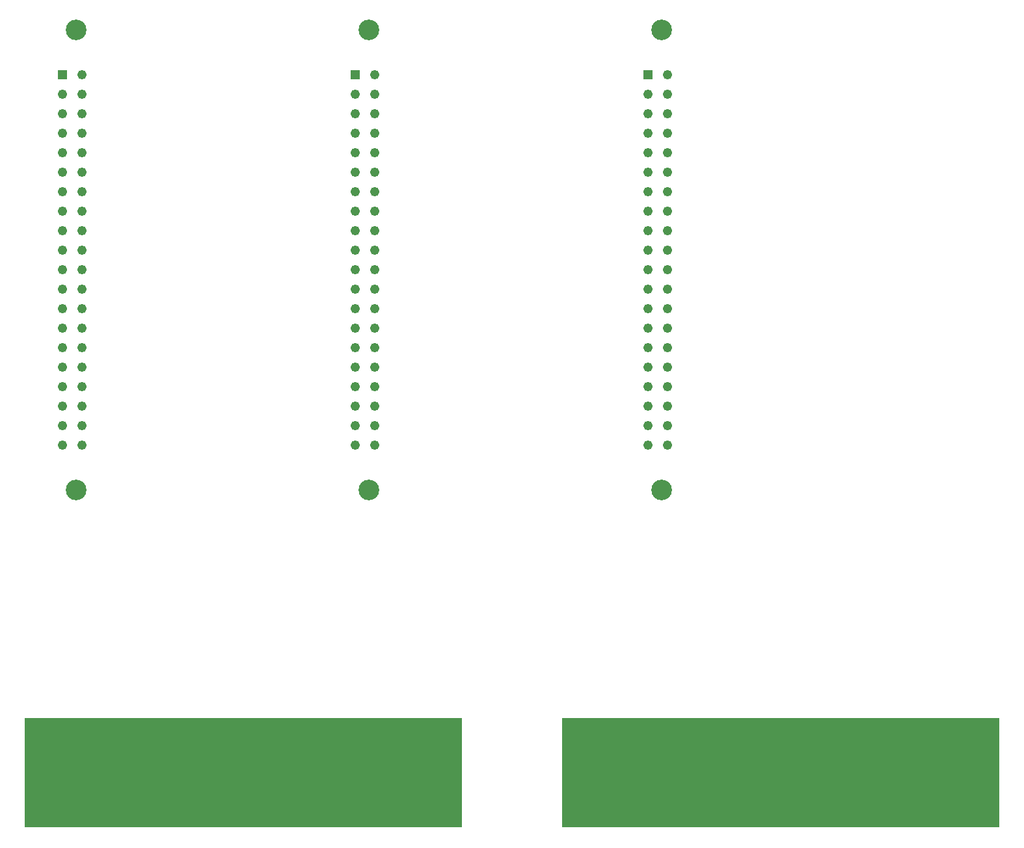
<source format=gts>
G04 #@! TF.GenerationSoftware,KiCad,Pcbnew,(5.1.10)-1*
G04 #@! TF.CreationDate,2021-09-26T13:37:53-07:00*
G04 #@! TF.ProjectId,m9042-clone,6d393034-322d-4636-9c6f-6e652e6b6963,1*
G04 #@! TF.SameCoordinates,Original*
G04 #@! TF.FileFunction,Soldermask,Top*
G04 #@! TF.FilePolarity,Negative*
%FSLAX46Y46*%
G04 Gerber Fmt 4.6, Leading zero omitted, Abs format (unit mm)*
G04 Created by KiCad (PCBNEW (5.1.10)-1) date 2021-09-26 13:37:53*
%MOMM*%
%LPD*%
G01*
G04 APERTURE LIST*
%ADD10C,0.100000*%
%ADD11C,1.240000*%
%ADD12R,1.240000X1.240000*%
%ADD13C,2.690000*%
%ADD14R,2.032000X13.208000*%
G04 APERTURE END LIST*
D10*
G36*
X333946500Y-304800000D02*
G01*
X277050500Y-304800000D01*
X277050500Y-290576000D01*
X333959200Y-290576000D01*
X333946500Y-304800000D01*
G37*
G36*
X403860000Y-304800000D02*
G01*
X346964000Y-304800000D01*
X346964000Y-290576000D01*
X403860000Y-290576000D01*
X403860000Y-304800000D01*
G37*
D11*
X360680000Y-255016000D03*
X358140000Y-255016000D03*
X360680000Y-252476000D03*
X358140000Y-252476000D03*
X360680000Y-249936000D03*
X358140000Y-249936000D03*
X360680000Y-247396000D03*
X358140000Y-247396000D03*
X360680000Y-244856000D03*
X358140000Y-244856000D03*
X360680000Y-242316000D03*
X358140000Y-242316000D03*
X360680000Y-239776000D03*
X358140000Y-239776000D03*
X360680000Y-237236000D03*
X358140000Y-237236000D03*
X360680000Y-234696000D03*
X358140000Y-234696000D03*
X360680000Y-232156000D03*
X358140000Y-232156000D03*
X360680000Y-229616000D03*
X358140000Y-229616000D03*
X360680000Y-227076000D03*
X358140000Y-227076000D03*
X360680000Y-224536000D03*
X358140000Y-224536000D03*
X360680000Y-221996000D03*
X358140000Y-221996000D03*
X360680000Y-219456000D03*
X358140000Y-219456000D03*
X360680000Y-216916000D03*
X358140000Y-216916000D03*
X360680000Y-214376000D03*
X358140000Y-214376000D03*
X360680000Y-211836000D03*
X358140000Y-211836000D03*
X360680000Y-209296000D03*
X358140000Y-209296000D03*
X360680000Y-206756000D03*
D12*
X358140000Y-206756000D03*
D13*
X359940000Y-260856000D03*
X359940000Y-200916000D03*
X321840000Y-200916000D03*
X321840000Y-260856000D03*
D12*
X320040000Y-206756000D03*
D11*
X322580000Y-206756000D03*
X320040000Y-209296000D03*
X322580000Y-209296000D03*
X320040000Y-211836000D03*
X322580000Y-211836000D03*
X320040000Y-214376000D03*
X322580000Y-214376000D03*
X320040000Y-216916000D03*
X322580000Y-216916000D03*
X320040000Y-219456000D03*
X322580000Y-219456000D03*
X320040000Y-221996000D03*
X322580000Y-221996000D03*
X320040000Y-224536000D03*
X322580000Y-224536000D03*
X320040000Y-227076000D03*
X322580000Y-227076000D03*
X320040000Y-229616000D03*
X322580000Y-229616000D03*
X320040000Y-232156000D03*
X322580000Y-232156000D03*
X320040000Y-234696000D03*
X322580000Y-234696000D03*
X320040000Y-237236000D03*
X322580000Y-237236000D03*
X320040000Y-239776000D03*
X322580000Y-239776000D03*
X320040000Y-242316000D03*
X322580000Y-242316000D03*
X320040000Y-244856000D03*
X322580000Y-244856000D03*
X320040000Y-247396000D03*
X322580000Y-247396000D03*
X320040000Y-249936000D03*
X322580000Y-249936000D03*
X320040000Y-252476000D03*
X322580000Y-252476000D03*
X320040000Y-255016000D03*
X322580000Y-255016000D03*
X284480000Y-255016000D03*
X281940000Y-255016000D03*
X284480000Y-252476000D03*
X281940000Y-252476000D03*
X284480000Y-249936000D03*
X281940000Y-249936000D03*
X284480000Y-247396000D03*
X281940000Y-247396000D03*
X284480000Y-244856000D03*
X281940000Y-244856000D03*
X284480000Y-242316000D03*
X281940000Y-242316000D03*
X284480000Y-239776000D03*
X281940000Y-239776000D03*
X284480000Y-237236000D03*
X281940000Y-237236000D03*
X284480000Y-234696000D03*
X281940000Y-234696000D03*
X284480000Y-232156000D03*
X281940000Y-232156000D03*
X284480000Y-229616000D03*
X281940000Y-229616000D03*
X284480000Y-227076000D03*
X281940000Y-227076000D03*
X284480000Y-224536000D03*
X281940000Y-224536000D03*
X284480000Y-221996000D03*
X281940000Y-221996000D03*
X284480000Y-219456000D03*
X281940000Y-219456000D03*
X284480000Y-216916000D03*
X281940000Y-216916000D03*
X284480000Y-214376000D03*
X281940000Y-214376000D03*
X284480000Y-211836000D03*
X281940000Y-211836000D03*
X284480000Y-209296000D03*
X281940000Y-209296000D03*
X284480000Y-206756000D03*
D12*
X281940000Y-206756000D03*
D13*
X283740000Y-260856000D03*
X283740000Y-200916000D03*
D14*
X278561800Y-297180000D03*
X281736800Y-297180000D03*
X284911800Y-297180000D03*
X288086800Y-297180000D03*
X291261800Y-297180000D03*
X294436800Y-297180000D03*
X297611800Y-297180000D03*
X300786800Y-297180000D03*
X303961800Y-297180000D03*
X307136800Y-297180000D03*
X310311800Y-297180000D03*
X313486800Y-297180000D03*
X316661800Y-297180000D03*
X319836800Y-297180000D03*
X323011800Y-297180000D03*
X326186800Y-297180000D03*
X329361800Y-297180000D03*
X332536800Y-297180000D03*
X402386800Y-297180000D03*
X399211800Y-297180000D03*
X396036800Y-297180000D03*
X392861800Y-297180000D03*
X389686800Y-297180000D03*
X386511800Y-297180000D03*
X383336800Y-297180000D03*
X380161800Y-297180000D03*
X376986800Y-297180000D03*
X373811800Y-297180000D03*
X370636800Y-297180000D03*
X367461800Y-297180000D03*
X364286800Y-297180000D03*
X361111800Y-297180000D03*
X357936800Y-297180000D03*
X354761800Y-297180000D03*
X351586800Y-297180000D03*
X348411800Y-297180000D03*
M02*

</source>
